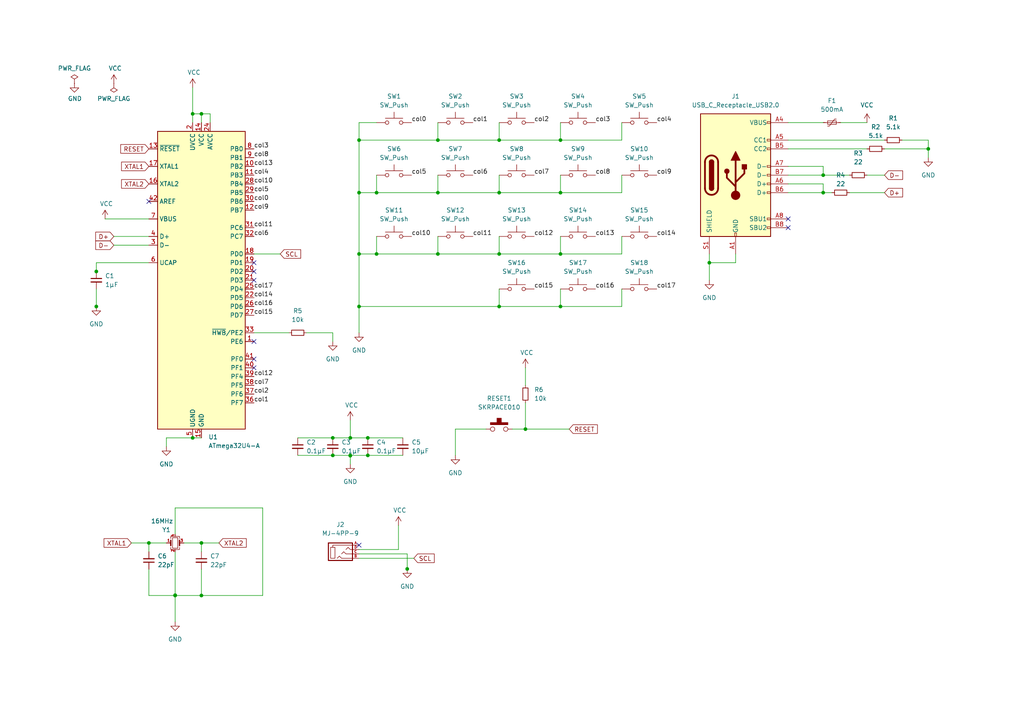
<source format=kicad_sch>
(kicad_sch (version 20211123) (generator eeschema)
  (paper "A4")
  (lib_symbols
    (symbol "Connector:USB_C_Receptacle_USB2.0" (pin_names (offset 1.016))
      (property "Reference" "J" (at -10.16 19.05 0))
      (property "Value" "USB_C_Receptacle_USB2.0" (at 19.05 19.05 0))
      (symbol "USB_C_Receptacle_USB2.0_0_0"
        (rectangle (start -0.254 -17.78) (end 0.254 -16.764))
        (rectangle (start 10.16 -14.986) (end 9.144 -15.494))
        (rectangle (start 10.16 -12.446) (end 9.144 -12.954))
        (rectangle (start 10.16 -4.826) (end 9.144 -5.334))
        (rectangle (start 10.16 -2.286) (end 9.144 -2.794))
        (rectangle (start 10.16 0.254) (end 9.144 -0.254))
        (rectangle (start 10.16 2.794) (end 9.144 2.286))
        (rectangle (start 10.16 7.874) (end 9.144 7.366))
        (rectangle (start 10.16 10.414) (end 9.144 9.906))
        (rectangle (start 10.16 15.494) (end 9.144 14.986))
      )
      (symbol "USB_C_Receptacle_USB2.0_0_1"
        (rectangle (start -10.16 17.78) (end 10.16 -17.78) (stroke (width 0.254)) (fill (type background)))
        (arc (start -8.89 -3.81) (mid -6.985 -5.715) (end -5.08 -3.81) (stroke (width 0.508)))
        (arc (start -7.62 -3.81) (mid -6.985 -4.445) (end -6.35 -3.81) (stroke (width 0.254)))
        (arc (start -7.62 -3.81) (mid -6.985 -4.445) (end -6.35 -3.81) (stroke (width 0.254)) (fill (type outline)))
        (rectangle (start -7.62 -3.81) (end -6.35 3.81) (stroke (width 0.254)) (fill (type outline)))
        (arc (start -6.35 3.81) (mid -6.985 4.445) (end -7.62 3.81) (stroke (width 0.254)))
        (arc (start -6.35 3.81) (mid -6.985 4.445) (end -7.62 3.81) (stroke (width 0.254)) (fill (type outline)))
        (arc (start -5.08 3.81) (mid -6.985 5.715) (end -8.89 3.81) (stroke (width 0.508)))
        (circle (center -2.54 1.143) (radius 0.635) (stroke (width 0.254)) (fill (type outline)))
        (circle (center 0 -5.842) (radius 1.27) (fill (type outline)))
        (polyline (pts (xy -8.89 -3.81) (xy -8.89 3.81)) (stroke (width 0.508)))
        (polyline (pts (xy -5.08 3.81) (xy -5.08 -3.81)) (stroke (width 0.508)))
        (polyline (pts (xy 0 -5.842) (xy 0 4.318)) (stroke (width 0.508)))
        (polyline (pts (xy 0 -3.302) (xy -2.54 -0.762) (xy -2.54 0.508)) (stroke (width 0.508)))
        (polyline (pts (xy 0 -2.032) (xy 2.54 0.508) (xy 2.54 1.778)) (stroke (width 0.508)))
        (polyline (pts (xy -1.27 4.318) (xy 0 6.858) (xy 1.27 4.318) (xy -1.27 4.318)) (stroke (width 0.254)) (fill (type outline)))
        (rectangle (start 1.905 1.778) (end 3.175 3.048) (stroke (width 0.254)) (fill (type outline)))
      )
      (symbol "USB_C_Receptacle_USB2.0_1_1"
        (pin passive line (at 0 -22.86 90) (length 5.08) (name "GND") (number "A1"))
        (pin passive line (at 0 -22.86 90) (length 5.08) hide (name "GND") (number "A12"))
        (pin passive line (at 15.24 15.24 180) (length 5.08) (name "VBUS") (number "A4"))
        (pin bidirectional line (at 15.24 10.16 180) (length 5.08) (name "CC1") (number "A5"))
        (pin bidirectional line (at 15.24 -2.54 180) (length 5.08) (name "D+") (number "A6"))
        (pin bidirectional line (at 15.24 2.54 180) (length 5.08) (name "D-") (number "A7"))
        (pin bidirectional line (at 15.24 -12.7 180) (length 5.08) (name "SBU1") (number "A8"))
        (pin passive line (at 15.24 15.24 180) (length 5.08) hide (name "VBUS") (number "A9"))
        (pin passive line (at 0 -22.86 90) (length 5.08) hide (name "GND") (number "B1"))
        (pin passive line (at 0 -22.86 90) (length 5.08) hide (name "GND") (number "B12"))
        (pin passive line (at 15.24 15.24 180) (length 5.08) hide (name "VBUS") (number "B4"))
        (pin bidirectional line (at 15.24 7.62 180) (length 5.08) (name "CC2") (number "B5"))
        (pin bidirectional line (at 15.24 -5.08 180) (length 5.08) (name "D+") (number "B6"))
        (pin bidirectional line (at 15.24 0 180) (length 5.08) (name "D-") (number "B7"))
        (pin bidirectional line (at 15.24 -15.24 180) (length 5.08) (name "SBU2") (number "B8"))
        (pin passive line (at 15.24 15.24 180) (length 5.08) hide (name "VBUS") (number "B9"))
        (pin passive line (at -7.62 -22.86 90) (length 5.08) (name "SHIELD") (number "S1"))
      )
    )
    (symbol "Device:C_Small" (pin_numbers hide) (pin_names (offset 0.254) hide)
      (property "Reference" "C" (at 0.254 1.778 0))
      (property "Value" "C_Small" (at 0.254 -2.032 0))
      (symbol "C_Small_0_1"
        (polyline (pts (xy -1.524 -0.508) (xy 1.524 -0.508)) (stroke (width 0.3302)))
        (polyline (pts (xy -1.524 0.508) (xy 1.524 0.508)) (stroke (width 0.3048)))
      )
      (symbol "C_Small_1_1"
        (pin passive line (at 0 2.54 270) (length 2.032) (name "~") (number "1"))
        (pin passive line (at 0 -2.54 90) (length 2.032) (name "~") (number "2"))
      )
    )
    (symbol "Device:Crystal_GND24_Small" (pin_names (offset 1.016) hide)
      (property "Reference" "Y" (at 1.27 4.445 0))
      (property "Value" "Crystal_GND24_Small" (at 1.27 2.54 0))
      (symbol "Crystal_GND24_Small_0_1"
        (rectangle (start -0.762 -1.524) (end 0.762 1.524))
        (polyline (pts (xy -1.27 -0.762) (xy -1.27 0.762)) (stroke (width 0.381)))
        (polyline (pts (xy 1.27 -0.762) (xy 1.27 0.762)) (stroke (width 0.381)))
        (polyline (pts (xy -1.27 -1.27) (xy -1.27 -1.905) (xy 1.27 -1.905) (xy 1.27 -1.27)))
        (polyline (pts (xy -1.27 1.27) (xy -1.27 1.905) (xy 1.27 1.905) (xy 1.27 1.27)))
      )
      (symbol "Crystal_GND24_Small_1_1"
        (pin passive line (at -2.54 0 0) (length 1.27) (name "1") (number "1"))
        (pin passive line (at 0 -2.54 90) (length 0.635) (name "2") (number "2"))
        (pin passive line (at 2.54 0 180) (length 1.27) (name "3") (number "3"))
        (pin passive line (at 0 2.54 270) (length 0.635) (name "4") (number "4"))
      )
    )
    (symbol "Device:Polyfuse_Small" (pin_numbers hide) (pin_names (offset 0))
      (property "Reference" "F" (at -1.905 0 90))
      (property "Value" "Polyfuse_Small" (at 1.905 0 90))
      (symbol "Polyfuse_Small_0_1"
        (rectangle (start -0.508 1.27) (end 0.508 -1.27))
        (polyline (pts (xy 0 2.54) (xy 0 -2.54)))
        (polyline (pts (xy -1.016 1.27) (xy -1.016 0.762) (xy 1.016 -0.762) (xy 1.016 -1.27)))
      )
      (symbol "Polyfuse_Small_1_1"
        (pin passive line (at 0 2.54 270) (length 0.635) (name "~") (number "1"))
        (pin passive line (at 0 -2.54 90) (length 0.635) (name "~") (number "2"))
      )
    )
    (symbol "Device:R_Small" (pin_numbers hide) (pin_names (offset 0.254) hide)
      (property "Reference" "R" (at 0.762 0.508 0))
      (property "Value" "R_Small" (at 0.762 -1.016 0))
      (symbol "R_Small_0_1"
        (rectangle (start -0.762 1.778) (end 0.762 -1.778) (stroke (width 0.2032)))
      )
      (symbol "R_Small_1_1"
        (pin passive line (at 0 2.54 270) (length 0.762) (name "~") (number "1"))
        (pin passive line (at 0 -2.54 90) (length 0.762) (name "~") (number "2"))
      )
    )
    (symbol "MCU_Microchip_ATmega:ATmega32U4-A"
      (property "Reference" "U" (at -12.7 44.45 0))
      (property "Value" "ATmega32U4-A" (at 2.54 -44.45 0))
      (symbol "ATmega32U4-A_0_1"
        (rectangle (start -12.7 -43.18) (end 12.7 43.18) (stroke (width 0.254)) (fill (type background)))
      )
      (symbol "ATmega32U4-A_1_1"
        (pin bidirectional line (at 15.24 -17.78 180) (length 2.54) (name "PE6") (number "1"))
        (pin bidirectional line (at 15.24 33.02 180) (length 2.54) (name "PB2") (number "10"))
        (pin bidirectional line (at 15.24 30.48 180) (length 2.54) (name "PB3") (number "11"))
        (pin bidirectional line (at 15.24 20.32 180) (length 2.54) (name "PB7") (number "12"))
        (pin input line (at -15.24 38.1 0) (length 2.54) (name "~{RESET}") (number "13"))
        (pin power_in line (at 0 45.72 270) (length 2.54) (name "VCC") (number "14"))
        (pin power_in line (at 0 -45.72 90) (length 2.54) (name "GND") (number "15"))
        (pin output line (at -15.24 27.94 0) (length 2.54) (name "XTAL2") (number "16"))
        (pin input line (at -15.24 33.02 0) (length 2.54) (name "XTAL1") (number "17"))
        (pin bidirectional line (at 15.24 7.62 180) (length 2.54) (name "PD0") (number "18"))
        (pin bidirectional line (at 15.24 5.08 180) (length 2.54) (name "PD1") (number "19"))
        (pin power_in line (at -2.54 45.72 270) (length 2.54) (name "UVCC") (number "2"))
        (pin bidirectional line (at 15.24 2.54 180) (length 2.54) (name "PD2") (number "20"))
        (pin bidirectional line (at 15.24 0 180) (length 2.54) (name "PD3") (number "21"))
        (pin bidirectional line (at 15.24 -5.08 180) (length 2.54) (name "PD5") (number "22"))
        (pin passive line (at 0 -45.72 90) (length 2.54) hide (name "GND") (number "23"))
        (pin power_in line (at 2.54 45.72 270) (length 2.54) (name "AVCC") (number "24"))
        (pin bidirectional line (at 15.24 -2.54 180) (length 2.54) (name "PD4") (number "25"))
        (pin bidirectional line (at 15.24 -7.62 180) (length 2.54) (name "PD6") (number "26"))
        (pin bidirectional line (at 15.24 -10.16 180) (length 2.54) (name "PD7") (number "27"))
        (pin bidirectional line (at 15.24 27.94 180) (length 2.54) (name "PB4") (number "28"))
        (pin bidirectional line (at 15.24 25.4 180) (length 2.54) (name "PB5") (number "29"))
        (pin bidirectional line (at -15.24 10.16 0) (length 2.54) (name "D-") (number "3"))
        (pin bidirectional line (at 15.24 22.86 180) (length 2.54) (name "PB6") (number "30"))
        (pin bidirectional line (at 15.24 15.24 180) (length 2.54) (name "PC6") (number "31"))
        (pin bidirectional line (at 15.24 12.7 180) (length 2.54) (name "PC7") (number "32"))
        (pin bidirectional line (at 15.24 -15.24 180) (length 2.54) (name "~{HWB}/PE2") (number "33"))
        (pin passive line (at 0 45.72 270) (length 2.54) hide (name "VCC") (number "34"))
        (pin passive line (at 0 -45.72 90) (length 2.54) hide (name "GND") (number "35"))
        (pin bidirectional line (at 15.24 -35.56 180) (length 2.54) (name "PF7") (number "36"))
        (pin bidirectional line (at 15.24 -33.02 180) (length 2.54) (name "PF6") (number "37"))
        (pin bidirectional line (at 15.24 -30.48 180) (length 2.54) (name "PF5") (number "38"))
        (pin bidirectional line (at 15.24 -27.94 180) (length 2.54) (name "PF4") (number "39"))
        (pin bidirectional line (at -15.24 12.7 0) (length 2.54) (name "D+") (number "4"))
        (pin bidirectional line (at 15.24 -25.4 180) (length 2.54) (name "PF1") (number "40"))
        (pin bidirectional line (at 15.24 -22.86 180) (length 2.54) (name "PF0") (number "41"))
        (pin passive line (at -15.24 22.86 0) (length 2.54) (name "AREF") (number "42"))
        (pin passive line (at 0 -45.72 90) (length 2.54) hide (name "GND") (number "43"))
        (pin passive line (at 2.54 45.72 270) (length 2.54) hide (name "AVCC") (number "44"))
        (pin passive line (at -2.54 -45.72 90) (length 2.54) (name "UGND") (number "5"))
        (pin passive line (at -15.24 5.08 0) (length 2.54) (name "UCAP") (number "6"))
        (pin input line (at -15.24 17.78 0) (length 2.54) (name "VBUS") (number "7"))
        (pin bidirectional line (at 15.24 38.1 180) (length 2.54) (name "PB0") (number "8"))
        (pin bidirectional line (at 15.24 35.56 180) (length 2.54) (name "PB1") (number "9"))
      )
    )
    (symbol "Switch:SW_Push" (pin_numbers hide) (pin_names (offset 1.016) hide)
      (property "Reference" "SW" (at 1.27 2.54 0))
      (property "Value" "SW_Push" (at 0 -1.524 0))
      (symbol "SW_Push_0_1"
        (circle (center -2.032 0) (radius 0.508))
        (polyline (pts (xy 0 1.27) (xy 0 3.048)))
        (polyline (pts (xy 2.54 1.27) (xy -2.54 1.27)))
        (circle (center 2.032 0) (radius 0.508))
        (pin passive line (at -5.08 0 0) (length 2.54) (name "1") (number "1"))
        (pin passive line (at 5.08 0 180) (length 2.54) (name "2") (number "2"))
      )
    )
    (symbol "foostan_kbd:MJ-4PP-9" (pin_names (offset 1.016))
      (property "Reference" "J" (at 0 3.81 0))
      (property "Value" "MJ-4PP-9" (at 0 -3.81 0))
      (symbol "MJ-4PP-9_0_1"
        (rectangle (start -1.905 -1.905) (end -3.175 1.27))
        (polyline (pts (xy -2.54 1.27) (xy -2.54 1.905) (xy 3.175 1.905)))
        (polyline (pts (xy -1.27 -1.905) (xy -0.635 -1.27) (xy 0 -1.905) (xy 3.175 -1.905)))
        (polyline (pts (xy 0 -0.635) (xy 0.635 0) (xy 1.27 -0.635) (xy 3.175 -0.635)))
        (polyline (pts (xy 1.27 0.635) (xy 1.905 1.27) (xy 2.54 0.635) (xy 3.175 0.635)))
        (rectangle (start 3.175 2.54) (end -3.81 -2.54) (stroke (width 0.3048)))
      )
      (symbol "MJ-4PP-9_1_1"
        (pin input line (at 5.08 1.905 180) (length 2.0066) (name "~") (number "A"))
        (pin input line (at 5.08 -1.905 180) (length 2.0066) (name "~") (number "B"))
        (pin input line (at 5.08 -0.635 180) (length 2.0066) (name "~") (number "C"))
        (pin input line (at 5.08 0.635 180) (length 2.0066) (name "~") (number "D"))
      )
    )
    (symbol "nosuz:SKRPACE010" (pin_numbers hide) (pin_names (offset 0) hide)
      (property "Reference" "SW" (at 3.175 3.81 0))
      (property "Value" "SKRPACE010" (at 0 -2.54 0))
      (symbol "SKRPACE010_0_1"
        (rectangle (start -2.54 1.27) (end 2.54 1.905) (fill (type outline)))
        (circle (center -1.905 0) (radius 0.635))
        (rectangle (start -0.635 1.905) (end 0.635 3.175) (fill (type outline)))
        (circle (center 1.905 0) (radius 0.635))
      )
      (symbol "SKRPACE010_1_1"
        (pin passive line (at -3.81 0 0) (length 1.27) (name "A") (number "1"))
        (pin passive line (at -3.81 0 0) (length 1.27) hide (name "B") (number "2"))
        (pin passive line (at 3.81 0 180) (length 1.27) (name "C") (number "3"))
        (pin passive line (at 3.81 0 180) (length 1.27) hide (name "D") (number "4"))
      )
    )
    (symbol "power:GND" (power) (pin_names (offset 0))
      (property "Value" "GND" (at 0 -3.81 0))
      (symbol "GND_0_1"
        (polyline (pts (xy 0 0) (xy 0 -1.27) (xy 1.27 -1.27) (xy 0 -2.54) (xy -1.27 -1.27) (xy 0 -1.27)))
      )
      (symbol "GND_1_1"
        (pin power_in line (at 0 0 270) (length 0) hide (name "GND") (number "1"))
      )
    )
    (symbol "power:PWR_FLAG" (power) (pin_numbers hide) (pin_names (offset 0) hide)
      (property "Value" "PWR_FLAG" (at 0 3.81 0))
      (symbol "PWR_FLAG_0_0"
        (pin power_out line (at 0 0 90) (length 0) (name "pwr") (number "1"))
      )
      (symbol "PWR_FLAG_0_1"
        (polyline (pts (xy 0 0) (xy 0 1.27) (xy -1.016 1.905) (xy 0 2.54) (xy 1.016 1.905) (xy 0 1.27)))
      )
    )
    (symbol "power:VCC" (power) (pin_names (offset 0))
      (property "Value" "VCC" (at 0 3.81 0))
      (symbol "VCC_0_1"
        (polyline (pts (xy -0.762 1.27) (xy 0 2.54)))
        (polyline (pts (xy 0 0) (xy 0 2.54)))
        (polyline (pts (xy 0 2.54) (xy 0.762 1.27)))
      )
      (symbol "VCC_1_1"
        (pin power_in line (at 0 0 90) (length 0) hide (name "VCC") (number "1"))
      )
    )
  )
  (junction (at 162.56 40.64))
  (junction (at 144.78 88.9))
  (junction (at 106.68 132.08))
  (junction (at 101.6 132.1653))
  (junction (at 127 40.64))
  (junction (at 109.22 73.66))
  (junction (at 50.8 172.6347))
  (junction (at 106.68 127))
  (junction (at 238.76 55.88))
  (junction (at 162.56 73.66))
  (junction (at 101.6 127))
  (junction (at 43.18 157.48))
  (junction (at 104.14 40.64))
  (junction (at 104.14 73.66))
  (junction (at 162.56 55.88))
  (junction (at 104.14 88.9))
  (junction (at 50.8 172.72))
  (junction (at 205.74 76.2))
  (junction (at 104.14 55.88))
  (junction (at 127 55.88))
  (junction (at 96.52 132.08))
  (junction (at 162.56 88.9))
  (junction (at 96.52 127))
  (junction (at 144.78 73.66))
  (junction (at 152.4 124.46))
  (junction (at 269.24 43.18))
  (junction (at 144.78 40.64))
  (junction (at 27.94 88.9))
  (junction (at 101.6 132.08))
  (junction (at 55.88 33.02))
  (junction (at 27.94 78.74))
  (junction (at 58.42 157.48))
  (junction (at 118.11 165.0147))
  (junction (at 238.76 50.8))
  (junction (at 55.88 127))
  (junction (at 58.42 33.02))
  (junction (at 109.22 55.88))
  (junction (at 127 73.66))
  (junction (at 58.42 172.72))
  (junction (at 144.78 55.88))
  (no_connect (at 228.6 66.04))
  (no_connect (at 228.6 63.5))
  (no_connect (at 73.66 99.06))
  (no_connect (at 104.14 158.115))
  (no_connect (at 73.66 106.68))
  (no_connect (at 73.66 76.2))
  (no_connect (at 73.66 78.74))
  (no_connect (at 73.66 81.28))
  (no_connect (at 73.66 104.14))
  (no_connect (at 43.18 58.42))
  (wire (pts (xy 109.22 55.88) (xy 104.14 55.88)))
  (wire (pts (xy 162.56 55.88) (xy 144.78 55.88)))
  (wire (pts (xy 55.88 33.02) (xy 55.88 35.56)))
  (wire (pts (xy 144.78 55.88) (xy 127 55.88)))
  (wire (pts (xy 180.34 68.58) (xy 180.34 73.66)))
  (wire (pts (xy 238.76 50.8) (xy 246.38 50.8)))
  (wire (pts (xy 162.56 83.82) (xy 162.56 88.9)))
  (wire (pts (xy 127 68.58) (xy 127 73.66)))
  (wire (pts (xy 104.14 40.64) (xy 104.14 55.88)))
  (wire (pts (xy 144.78 50.8) (xy 144.78 55.88)))
  (wire (pts (xy 152.4 106.68) (xy 152.4 111.76)))
  (wire (pts (xy 109.22 73.66) (xy 104.14 73.66)))
  (wire (pts (xy 118.11 165.0147) (xy 118.11 165.1)))
  (wire (pts (xy 30.48 63.5) (xy 43.18 63.5)))
  (wire (pts (xy 162.56 40.64) (xy 144.78 40.64)))
  (wire (pts (xy 148.59 124.46) (xy 152.4 124.46)))
  (wire (pts (xy 228.6 35.56) (xy 238.76 35.56)))
  (wire (pts (xy 132.08 124.46) (xy 132.08 132.08)))
  (wire (pts (xy 58.42 127) (xy 55.88 127)))
  (wire (pts (xy 162.56 68.58) (xy 162.56 73.66)))
  (wire (pts (xy 58.42 157.48) (xy 63.5 157.48)))
  (wire (pts (xy 243.84 35.56) (xy 251.46 35.56)))
  (wire (pts (xy 104.14 88.9) (xy 104.14 96.52)))
  (wire (pts (xy 162.56 50.8) (xy 162.56 55.88)))
  (wire (pts (xy 27.94 88.9) (xy 27.94 88.9853)))
  (wire (pts (xy 144.78 73.66) (xy 127 73.66)))
  (wire (pts (xy 132.08 124.46) (xy 140.97 124.46)))
  (wire (pts (xy 144.78 35.56) (xy 144.78 40.64)))
  (wire (pts (xy 76.2 147.32) (xy 76.2 172.72)))
  (wire (pts (xy 205.74 76.2) (xy 205.74 81.28)))
  (wire (pts (xy 58.42 157.48) (xy 58.42 160.02)))
  (wire (pts (xy 269.24 40.64) (xy 269.24 43.18)))
  (wire (pts (xy 228.6 48.26) (xy 238.76 48.26)))
  (wire (pts (xy 50.8 172.72) (xy 50.8 180.34)))
  (wire (pts (xy 115.57 159.385) (xy 115.57 152.4)))
  (wire (pts (xy 109.22 68.58) (xy 109.22 73.66)))
  (wire (pts (xy 50.8 154.94) (xy 50.8 147.32)))
  (wire (pts (xy 101.6 132.08) (xy 101.6 132.1653)))
  (wire (pts (xy 60.96 33.02) (xy 58.42 33.02)))
  (wire (pts (xy 180.34 83.82) (xy 180.34 88.9)))
  (wire (pts (xy 58.42 172.72) (xy 76.2 172.72)))
  (wire (pts (xy 180.34 55.88) (xy 162.56 55.88)))
  (wire (pts (xy 43.18 76.2) (xy 27.94 76.2)))
  (wire (pts (xy 261.62 40.64) (xy 269.24 40.64)))
  (wire (pts (xy 144.78 83.82) (xy 144.78 88.9)))
  (wire (pts (xy 251.46 50.8) (xy 256.54 50.8)))
  (wire (pts (xy 55.88 33.02) (xy 55.88 25.4)))
  (wire (pts (xy 162.56 73.66) (xy 144.78 73.66)))
  (wire (pts (xy 180.34 73.66) (xy 162.56 73.66)))
  (wire (pts (xy 101.6 127) (xy 106.68 127)))
  (wire (pts (xy 238.76 48.26) (xy 238.76 50.8)))
  (wire (pts (xy 27.94 78.74) (xy 27.94 78.8253)))
  (wire (pts (xy 43.18 157.48) (xy 48.26 157.48)))
  (wire (pts (xy 118.11 160.655) (xy 118.11 165.0147)))
  (wire (pts (xy 38.1 157.48) (xy 43.18 157.48)))
  (wire (pts (xy 27.94 83.82) (xy 27.94 88.9)))
  (wire (pts (xy 162.56 88.9) (xy 144.78 88.9)))
  (wire (pts (xy 180.34 35.56) (xy 180.34 40.64)))
  (wire (pts (xy 55.88 127) (xy 48.26 127)))
  (wire (pts (xy 180.34 50.8) (xy 180.34 55.88)))
  (wire (pts (xy 33.02 71.12) (xy 43.18 71.12)))
  (wire (pts (xy 86.36 127) (xy 96.52 127)))
  (wire (pts (xy 104.14 161.925) (xy 120.015 161.925)))
  (wire (pts (xy 213.36 76.2) (xy 205.74 76.2)))
  (wire (pts (xy 50.8 172.6347) (xy 50.8 172.72)))
  (wire (pts (xy 144.78 40.64) (xy 127 40.64)))
  (wire (pts (xy 43.18 157.48) (xy 43.18 160.02)))
  (wire (pts (xy 73.66 96.52) (xy 83.82 96.52)))
  (wire (pts (xy 152.4 116.84) (xy 152.4 124.46)))
  (wire (pts (xy 104.14 35.56) (xy 104.14 40.64)))
  (wire (pts (xy 50.8 172.72) (xy 58.42 172.72)))
  (wire (pts (xy 101.6 132.08) (xy 106.68 132.08)))
  (wire (pts (xy 109.22 35.56) (xy 104.14 35.56)))
  (wire (pts (xy 269.24 43.18) (xy 269.24 45.72)))
  (wire (pts (xy 228.6 50.8) (xy 238.76 50.8)))
  (wire (pts (xy 33.02 68.58) (xy 43.18 68.58)))
  (wire (pts (xy 50.8 147.32) (xy 76.2 147.32)))
  (wire (pts (xy 86.36 132.08) (xy 96.52 132.08)))
  (wire (pts (xy 205.74 73.66) (xy 205.74 76.2)))
  (wire (pts (xy 27.94 76.2) (xy 27.94 78.74)))
  (wire (pts (xy 53.34 157.48) (xy 58.42 157.48)))
  (wire (pts (xy 238.76 53.34) (xy 238.76 55.88)))
  (wire (pts (xy 101.6 121.92) (xy 101.6 127)))
  (wire (pts (xy 104.14 159.385) (xy 115.57 159.385)))
  (wire (pts (xy 96.52 96.52) (xy 96.52 99.06)))
  (wire (pts (xy 127 73.66) (xy 109.22 73.66)))
  (wire (pts (xy 180.34 40.64) (xy 162.56 40.64)))
  (wire (pts (xy 50.8 160.02) (xy 50.8 172.6347)))
  (wire (pts (xy 60.96 33.02) (xy 60.96 35.56)))
  (wire (pts (xy 162.56 35.56) (xy 162.56 40.64)))
  (wire (pts (xy 104.14 55.88) (xy 104.14 73.66)))
  (wire (pts (xy 96.52 132.08) (xy 101.6 132.08)))
  (wire (pts (xy 127 35.56) (xy 127 40.64)))
  (wire (pts (xy 104.14 73.66) (xy 104.14 88.9)))
  (wire (pts (xy 58.42 33.02) (xy 58.42 35.56)))
  (wire (pts (xy 58.42 33.02) (xy 55.88 33.02)))
  (wire (pts (xy 104.14 40.64) (xy 127 40.64)))
  (wire (pts (xy 228.6 43.18) (xy 251.46 43.18)))
  (wire (pts (xy 127 55.88) (xy 109.22 55.88)))
  (wire (pts (xy 109.22 50.8) (xy 109.22 55.88)))
  (wire (pts (xy 228.6 40.64) (xy 256.54 40.64)))
  (wire (pts (xy 180.34 88.9) (xy 162.56 88.9)))
  (wire (pts (xy 106.68 132.08) (xy 116.84 132.08)))
  (wire (pts (xy 152.4 124.46) (xy 165.1 124.46)))
  (wire (pts (xy 228.6 55.88) (xy 238.76 55.88)))
  (wire (pts (xy 106.68 127) (xy 116.84 127)))
  (wire (pts (xy 43.18 172.72) (xy 50.8 172.72)))
  (wire (pts (xy 88.9 96.52) (xy 96.52 96.52)))
  (wire (pts (xy 81.28 73.66) (xy 73.66 73.66)))
  (wire (pts (xy 96.52 127) (xy 101.6 127)))
  (wire (pts (xy 213.36 73.66) (xy 213.36 76.2)))
  (wire (pts (xy 256.54 43.18) (xy 269.24 43.18)))
  (wire (pts (xy 246.38 55.88) (xy 256.54 55.88)))
  (wire (pts (xy 48.26 127) (xy 48.26 129.54)))
  (wire (pts (xy 58.42 165.1) (xy 58.42 172.72)))
  (wire (pts (xy 127 50.8) (xy 127 55.88)))
  (wire (pts (xy 228.6 53.34) (xy 238.76 53.34)))
  (wire (pts (xy 104.14 160.655) (xy 118.11 160.655)))
  (wire (pts (xy 101.6 134.62) (xy 101.6 132.1653)))
  (wire (pts (xy 144.78 68.58) (xy 144.78 73.66)))
  (wire (pts (xy 238.76 55.88) (xy 241.3 55.88)))
  (wire (pts (xy 43.18 165.1) (xy 43.18 172.72)))
  (wire (pts (xy 144.78 88.9) (xy 104.14 88.9)))
  (label "col11" (at 73.66 66.04 0))
  (label "col9" (at 190.5 50.8 0))
  (label "col5" (at 119.38 50.8 0))
  (label "col2" (at 154.94 35.56 0))
  (label "col4" (at 190.5 35.56 0))
  (label "col7" (at 73.66 111.76 0))
  (label "col14" (at 73.66 86.36 0))
  (label "col14" (at 190.5 68.58 0))
  (label "col9" (at 73.66 60.96 0))
  (label "col0" (at 73.66 58.42 0))
  (label "col3" (at 73.66 43.18 0))
  (label "col13" (at 172.72 68.58 0))
  (label "col15" (at 154.94 83.82 0))
  (label "col17" (at 73.66 83.82 0))
  (label "col7" (at 154.94 50.8 0))
  (label "col12" (at 154.94 68.58 0))
  (label "col6" (at 137.16 50.8 0))
  (label "col16" (at 172.72 83.82 0))
  (label "col8" (at 172.72 50.8 0))
  (label "col6" (at 73.66 68.58 0))
  (label "col1" (at 73.66 116.84 0))
  (label "col10" (at 73.66 53.34 0))
  (label "col17" (at 190.5 83.82 0))
  (label "col16" (at 73.66 88.9 0))
  (label "col0" (at 119.38 35.56 0))
  (label "col11" (at 137.16 68.58 0))
  (label "col1" (at 137.16 35.56 0))
  (label "col8" (at 73.66 45.72 0))
  (label "col3" (at 172.72 35.56 0))
  (label "col2" (at 73.66 114.3 0))
  (label "col13" (at 73.66 48.26 0))
  (label "col5" (at 73.66 55.88 0))
  (label "col15" (at 73.66 91.44 0))
  (label "col12" (at 73.66 109.22 0))
  (label "col4" (at 73.66 50.8 0))
  (label "col10" (at 119.38 68.58 0))
  (global_label "D+" (shape input) (at 256.54 55.88 0) (property "シート間のリファレンス" "${INTERSHEET_REFS}" (effects hide)))
  (global_label "D-" (shape input) (at 256.54 50.8 0) (property "シート間のリファレンス" "${INTERSHEET_REFS}" (effects hide)))
  (global_label "XTAL2" (shape input) (at 63.5 157.48 0) (property "シート間のリファレンス" "${INTERSHEET_REFS}" (effects hide)))
  (global_label "SCL" (shape input) (at 81.28 73.66 0) (property "シート間のリファレンス" "${INTERSHEET_REFS}" (effects hide)))
  (global_label "SCL" (shape input) (at 120.015 161.925 0) (property "シート間のリファレンス" "${INTERSHEET_REFS}" (effects hide)))
  (global_label "XTAL1" (shape input) (at 38.1 157.48 180) (property "シート間のリファレンス" "${INTERSHEET_REFS}" (effects hide)))
  (global_label "RESET" (shape input) (at 165.1 124.46 0) (property "シート間のリファレンス" "${INTERSHEET_REFS}" (effects hide)))
  (global_label "XTAL2" (shape input) (at 43.18 53.34 180) (property "シート間のリファレンス" "${INTERSHEET_REFS}" (effects hide)))
  (global_label "RESET" (shape input) (at 43.18 43.18 180) (property "シート間のリファレンス" "${INTERSHEET_REFS}" (effects hide)))
  (global_label "D+" (shape input) (at 33.02 68.58 180) (property "シート間のリファレンス" "${INTERSHEET_REFS}" (effects hide)))
  (global_label "D-" (shape input) (at 33.02 71.12 180) (property "シート間のリファレンス" "${INTERSHEET_REFS}" (effects hide)))
  (global_label "XTAL1" (shape input) (at 43.18 48.26 180) (property "シート間のリファレンス" "${INTERSHEET_REFS}" (effects hide)))
  (symbol (lib_id "power:GND") (at 96.52 99.06 0) (unit 1)
    (property "Reference" "#PWR010" (effects hide))
    (property "Value" "GND" (at 96.52 104.14 0))
  )
  (symbol (lib_id "Device:R_Small") (at 248.92 50.8 90) (unit 1)
    (property "Reference" "R3" (at 248.92 44.45 90))
    (property "Value" "22" (at 248.92 46.99 90))
    (property "Footprint" "Resistor_SMD:R_0805_2012Metric" (effects hide))
    (property "LCSC" "C17561" (effects hide))
  )
  (symbol (lib_id "Switch:SW_Push") (at 114.3 68.58 0) (unit 1)
    (property "Reference" "SW11" (at 114.3 60.96 0))
    (property "Value" "SW_Push" (at 114.3 63.5 0))
    (property "Footprint" "split mini:CherryMX_Hotswap" (effects hide))
  )
  (symbol (lib_id "Switch:SW_Push") (at 185.42 35.56 0) (unit 1)
    (property "Reference" "SW5" (at 185.42 27.94 0))
    (property "Value" "SW_Push" (at 185.42 30.48 0))
    (property "Footprint" "split mini:CherryMX_Hotswap" (effects hide))
  )
  (symbol (lib_id "power:GND") (at 205.74 81.28 0) (unit 1)
    (property "Reference" "#PWR07" (effects hide))
    (property "Value" "GND" (at 205.74 86.36 0))
  )
  (symbol (lib_id "Switch:SW_Push") (at 149.86 35.56 0) (unit 1)
    (property "Reference" "SW3" (at 149.86 27.94 0))
    (property "Value" "SW_Push" (at 149.86 30.48 0))
    (property "Footprint" "split mini:CherryMX_Hotswap" (effects hide))
  )
  (symbol (lib_id "Switch:SW_Push") (at 167.64 83.82 0) (unit 1)
    (property "Reference" "SW17" (at 167.64 76.2 0))
    (property "Value" "SW_Push" (at 167.64 78.74 0))
    (property "Footprint" "split mini:CherryMX_Hotswap" (effects hide))
  )
  (symbol (lib_id "power:GND") (at 132.08 132.08 0) (unit 1)
    (property "Reference" "#PWR014" (effects hide))
    (property "Value" "GND" (at 132.08 137.16 0))
  )
  (symbol (lib_id "Switch:SW_Push") (at 167.64 50.8 0) (unit 1)
    (property "Reference" "SW9" (at 167.64 43.18 0))
    (property "Value" "SW_Push" (at 167.64 45.72 0))
    (property "Footprint" "split mini:CherryMX_Hotswap" (effects hide))
  )
  (symbol (lib_id "Device:C_Small") (at 43.18 162.56 180) (unit 1)
    (property "Reference" "C6" (at 45.72 161.2835 0) (effects (justify right)))
    (property "Value" "22pF" (at 45.72 163.8235 0) (effects (justify right)))
    (property "Footprint" "Capacitor_SMD:C_0805_2012Metric" (effects hide))
    (property "LCSC" "C1804" (effects hide))
  )
  (symbol (lib_id "Switch:SW_Push") (at 149.86 50.8 0) (unit 1)
    (property "Reference" "SW8" (at 149.86 43.18 0))
    (property "Value" "SW_Push" (at 149.86 45.72 0))
    (property "Footprint" "split mini:CherryMX_Hotswap" (effects hide))
  )
  (symbol (lib_id "Device:R_Small") (at 254 43.18 90) (unit 1)
    (property "Reference" "R2" (at 254 36.83 90))
    (property "Value" "5.1k" (at 254 39.37 90))
    (property "Footprint" "Resistor_SMD:R_0805_2012Metric" (effects hide))
    (property "LCSC" "C17561" (effects hide))
  )
  (symbol (lib_id "Switch:SW_Push") (at 132.08 68.58 0) (unit 1)
    (property "Reference" "SW12" (at 132.08 60.96 0))
    (property "Value" "SW_Push" (at 132.08 63.5 0))
    (property "Footprint" "split mini:CherryMX_Hotswap" (effects hide))
  )
  (symbol (lib_id "Device:R_Small") (at 86.36 96.52 90) (unit 1)
    (property "Reference" "R5" (at 86.36 90.17 90))
    (property "Value" "10k" (at 86.36 92.71 90))
    (property "Footprint" "Resistor_SMD:R_0805_2012Metric" (effects hide))
    (property "LCSC" "C17414" (effects hide))
  )
  (symbol (lib_id "Device:C_Small") (at 27.94 81.28 0) (unit 1)
    (property "Reference" "C1" (at 30.48 80.0162 0) (effects (justify left)))
    (property "Value" "1μF" (at 30.48 82.5562 0) (effects (justify left)))
    (property "Footprint" "Capacitor_SMD:C_0805_2012Metric" (effects hide))
    (property "LCSC" "C28323" (effects hide))
  )
  (symbol (lib_id "Switch:SW_Push") (at 185.42 83.82 0) (unit 1)
    (property "Reference" "SW18" (at 185.42 76.2 0))
    (property "Value" "SW_Push" (at 185.42 78.74 0))
    (property "Footprint" "split mini:CherryMX_Hotswap" (effects hide))
  )
  (symbol (lib_id "power:GND") (at 27.94 88.9 0) (unit 1)
    (property "Reference" "#PWR08" (effects hide))
    (property "Value" "GND" (at 27.94 93.98 0))
  )
  (symbol (lib_id "Device:C_Small") (at 106.68 129.54 0) (unit 1)
    (property "Reference" "C4" (at 109.22 128.2762 0) (effects (justify left)))
    (property "Value" "0.1μF" (at 109.22 130.8162 0) (effects (justify left)))
    (property "Footprint" "Capacitor_SMD:C_0805_2012Metric" (effects hide))
    (property "LCSC" "C49678" (effects hide))
  )
  (symbol (lib_id "power:VCC") (at 30.48 63.5 0) (unit 1)
    (property "Reference" "#PWR06" (effects hide))
    (property "Value" "VCC" (at 30.861 59.1058 0))
  )
  (symbol (lib_id "power:GND") (at 104.14 96.52 0) (unit 1)
    (property "Reference" "#PWR09" (effects hide))
    (property "Value" "GND" (at 104.14 101.6 0))
  )
  (symbol (lib_id "power:PWR_FLAG") (at 33.02 24.2153 180) (unit 1)
    (property "Reference" "#FLG02" (effects hide))
    (property "Value" "PWR_FLAG" (at 33.02 28.6095 0))
  )
  (symbol (lib_id "Switch:SW_Push") (at 114.3 35.56 0) (unit 1)
    (property "Reference" "SW1" (at 114.3 27.94 0))
    (property "Value" "SW_Push" (at 114.3 30.48 0))
    (property "Footprint" "split mini:CherryMX_Hotswap" (effects hide))
  )
  (symbol (lib_id "Switch:SW_Push") (at 149.86 83.82 0) (unit 1)
    (property "Reference" "SW16" (at 149.86 76.2 0))
    (property "Value" "SW_Push" (at 149.86 78.74 0))
    (property "Footprint" "split mini:CherryMX_Hotswap" (effects hide))
  )
  (symbol (lib_id "power:GND") (at 269.24 45.72 0) (unit 1)
    (property "Reference" "#PWR05" (effects hide))
    (property "Value" "GND" (at 269.24 50.8 0))
  )
  (symbol (lib_id "power:GND") (at 118.11 165.0147 0) (unit 1)
    (property "Reference" "#PWR017" (effects hide))
    (property "Value" "GND" (at 118.11 170.0947 0))
  )
  (symbol (lib_id "Device:R_Small") (at 243.84 55.88 90) (unit 1)
    (property "Reference" "R4" (at 243.84 50.8 90))
    (property "Value" "22" (at 243.84 53.34 90))
    (property "Footprint" "Resistor_SMD:R_0805_2012Metric" (effects hide))
    (property "LCSC" "C17561" (effects hide))
  )
  (symbol (lib_id "power:VCC") (at 101.6 121.92 0) (unit 1)
    (property "Reference" "#PWR012" (effects hide))
    (property "Value" "VCC" (at 101.981 117.5258 0))
  )
  (symbol (lib_id "Device:R_Small") (at 152.4 114.3 0) (unit 1)
    (property "Reference" "R6" (at 154.94 113.0299 0) (effects (justify left)))
    (property "Value" "10k" (at 154.94 115.5699 0) (effects (justify left)))
    (property "Footprint" "Resistor_SMD:R_0805_2012Metric" (effects hide))
    (property "LCSC" "C17414" (effects hide))
  )
  (symbol (lib_id "Device:Crystal_GND24_Small") (at 50.8 157.48 0) (unit 1)
    (property "Reference" "Y1" (at 48.26 153.67 0))
    (property "Value" "16MHz" (at 46.99 151.13 0))
    (property "Footprint" "Crystal:Crystal_SMD_SeikoEpson_FA238-4Pin_3.2x2.5mm_HandSoldering" (effects hide))
    (property "LCSC" "C13738" (effects hide))
  )
  (symbol (lib_id "Switch:SW_Push") (at 167.64 68.58 0) (unit 1)
    (property "Reference" "SW14" (at 167.64 60.96 0))
    (property "Value" "SW_Push" (at 167.64 63.5 0))
    (property "Footprint" "split mini:CherryMX_Hotswap" (effects hide))
  )
  (symbol (lib_id "power:GND") (at 50.8 180.34 0) (unit 1)
    (property "Reference" "#PWR018" (effects hide))
    (property "Value" "GND" (at 50.8 185.42 0))
  )
  (symbol (lib_id "nosuz:SKRPACE010") (at 144.78 124.46 0) (unit 1)
    (property "Reference" "RESET1" (at 144.78 115.57 0))
    (property "Value" "SKRPACE010" (at 144.78 118.11 0))
    (property "Footprint" "nosuz:SKRPAxE010" (effects hide))
    (property "Datasheet" "https://tech.alpsalpine.com/prod/j/html/tact/surfacemount/skrp/skrpabe010.html" (effects hide))
  )
  (symbol (lib_id "power:GND") (at 48.26 129.54 0) (unit 1)
    (property "Reference" "#PWR013" (effects hide))
    (property "Value" "GND" (at 48.26 134.62 0))
  )
  (symbol (lib_id "Switch:SW_Push") (at 132.08 50.8 0) (unit 1)
    (property "Reference" "SW7" (at 132.08 43.18 0))
    (property "Value" "SW_Push" (at 132.08 45.72 0))
    (property "Footprint" "split mini:CherryMX_Hotswap" (effects hide))
  )
  (symbol (lib_id "Device:C_Small") (at 96.52 129.54 0) (unit 1)
    (property "Reference" "C3" (at 99.06 128.2762 0) (effects (justify left)))
    (property "Value" "0.1μF" (at 99.06 130.8162 0) (effects (justify left)))
    (property "Footprint" "Capacitor_SMD:C_0805_2012Metric" (effects hide))
    (property "LCSC" "C49678" (effects hide))
  )
  (symbol (lib_id "Switch:SW_Push") (at 149.86 68.58 0) (unit 1)
    (property "Reference" "SW13" (at 149.86 60.96 0))
    (property "Value" "SW_Push" (at 149.86 63.5 0))
    (property "Footprint" "split mini:CherryMX_Hotswap" (effects hide))
  )
  (symbol (lib_id "power:VCC") (at 55.88 25.4 0) (unit 1)
    (property "Reference" "#PWR03" (effects hide))
    (property "Value" "VCC" (at 56.261 21.0058 0))
  )
  (symbol (lib_id "power:GND") (at 21.59 24.2153 0) (unit 1)
    (property "Reference" "#PWR01" (effects hide))
    (property "Value" "GND" (at 21.717 28.6095 0))
  )
  (symbol (lib_id "Switch:SW_Push") (at 132.08 35.56 0) (unit 1)
    (property "Reference" "SW2" (at 132.08 27.94 0))
    (property "Value" "SW_Push" (at 132.08 30.48 0))
    (property "Footprint" "split mini:CherryMX_Hotswap" (effects hide))
  )
  (symbol (lib_id "Device:Polyfuse_Small") (at 241.3 35.56 90) (unit 1)
    (property "Reference" "F1" (at 241.3 29.21 90))
    (property "Value" "500mA" (at 241.3 31.75 90))
    (property "Footprint" "Fuse:Fuse_1206_3216Metric" (effects hide))
    (property "LCSC" "C883125" (effects hide))
  )
  (symbol (lib_id "Device:C_Small") (at 58.42 162.56 0) (mirror y) (unit 1)
    (property "Reference" "C7" (at 60.96 161.2962 0) (effects (justify right)))
    (property "Value" "22pF" (at 60.96 163.8362 0) (effects (justify right)))
    (property "Footprint" "Capacitor_SMD:C_0805_2012Metric" (effects hide))
    (property "LCSC" "C1804" (effects hide))
  )
  (symbol (lib_id "Switch:SW_Push") (at 185.42 68.58 0) (unit 1)
    (property "Reference" "SW15" (at 185.42 60.96 0))
    (property "Value" "SW_Push" (at 185.42 63.5 0))
    (property "Footprint" "split mini:CherryMX_Hotswap" (effects hide))
  )
  (symbol (lib_id "power:VCC") (at 152.4 106.68 0) (unit 1)
    (property "Reference" "#PWR011" (effects hide))
    (property "Value" "VCC" (at 152.781 102.2858 0))
  )
  (symbol (lib_id "Device:R_Small") (at 259.08 40.64 90) (unit 1)
    (property "Reference" "R1" (at 259.08 34.29 90))
    (property "Value" "5.1k" (at 259.08 36.83 90))
    (property "Footprint" "Resistor_SMD:R_0805_2012Metric" (effects hide))
    (property "LCSC" "C17561" (effects hide))
  )
  (symbol (lib_id "Switch:SW_Push") (at 167.64 35.56 0) (unit 1)
    (property "Reference" "SW4" (at 167.64 27.94 0))
    (property "Value" "SW_Push" (at 167.64 30.48 0))
    (property "Footprint" "split mini:CherryMX_Hotswap" (effects hide))
  )
  (symbol (lib_id "Connector:USB_C_Receptacle_USB2.0") (at 213.36 50.8 0) (unit 1)
    (property "Reference" "J1" (at 213.36 27.94 0))
    (property "Value" "USB_C_Receptacle_USB2.0" (at 213.36 30.48 0))
    (property "Footprint" "split mini:USB_C_Receptacle_Neltron_5077CR-16SMC2" (effects hide))
    (property "Datasheet" "https://www.usb.org/sites/default/files/documents/usb_type-c.zip" (effects hide))
  )
  (symbol (lib_id "foostan_kbd:MJ-4PP-9") (at 99.06 160.02 0) (unit 1)
    (property "Reference" "J2" (at 98.7425 152.146 0))
    (property "Value" "MJ-4PP-9" (at 98.7425 154.686 0))
    (property "Footprint" "split mini:MJ-4PP-9_1side" (effects hide))
  )
  (symbol (lib_id "power:VCC") (at 251.46 35.56 0) (unit 1)
    (property "Reference" "#PWR04" (effects hide))
    (property "Value" "VCC" (at 251.46 30.48 0))
  )
  (symbol (lib_id "power:PWR_FLAG") (at 21.59 24.2153 0) (unit 1)
    (property "Reference" "#FLG01" (effects hide))
    (property "Value" "PWR_FLAG" (at 21.59 19.8211 0))
  )
  (symbol (lib_id "power:GND") (at 101.6 134.62 0) (unit 1)
    (property "Reference" "#PWR015" (effects hide))
    (property "Value" "GND" (at 101.6 139.7 0))
  )
  (symbol (lib_id "Device:C_Small") (at 86.36 129.54 0) (unit 1)
    (property "Reference" "C2" (at 88.9 128.2762 0) (effects (justify left)))
    (property "Value" "0.1μF" (at 88.9 130.8162 0) (effects (justify left)))
    (property "Footprint" "Capacitor_SMD:C_0805_2012Metric" (effects hide))
    (property "LCSC" "C49678" (effects hide))
  )
  (symbol (lib_id "Switch:SW_Push") (at 185.42 50.8 0) (unit 1)
    (property "Reference" "SW10" (at 185.42 43.18 0))
    (property "Value" "SW_Push" (at 185.42 45.72 0))
    (property "Footprint" "split mini:CherryMX_Hotswap" (effects hide))
  )
  (symbol (lib_id "power:VCC") (at 115.57 152.4 0) (unit 1)
    (property "Reference" "#PWR016" (effects hide))
    (property "Value" "VCC" (at 115.951 148.0058 0))
  )
  (symbol (lib_id "MCU_Microchip_ATmega:ATmega32U4-A") (at 58.42 81.28 0) (unit 1)
    (property "Reference" "U1" (at 60.4394 126.746 0) (effects (justify left)))
    (property "Value" "ATmega32U4-A" (at 60.4394 129.286 0) (effects (justify left)))
    (property "Footprint" "Package_QFP:LQFP-44_10x10mm_P0.8mm" (effects hide))
    (property "Datasheet" "http://ww1.microchip.com/downloads/en/DeviceDoc/Atmel-7766-8-bit-AVR-ATmega16U4-32U4_Datasheet.pdf" (effects hide))
  )
  (symbol (lib_id "Device:C_Small") (at 116.84 129.54 0) (unit 1)
    (property "Reference" "C5" (at 119.38 128.2762 0) (effects (justify left)))
    (property "Value" "10μF" (at 119.38 130.8162 0) (effects (justify left)))
    (property "Footprint" "Capacitor_SMD:C_0805_2012Metric" (effects hide))
    (property "LCSC" "C440198" (effects hide))
  )
  (symbol (lib_id "power:VCC") (at 33.02 24.2153 0) (unit 1)
    (property "Reference" "#PWR02" (effects hide))
    (property "Value" "VCC" (at 33.401 19.8211 0))
  )
  (symbol (lib_id "Switch:SW_Push") (at 114.3 50.8 0) (unit 1)
    (property "Reference" "SW6" (at 114.3 43.18 0))
    (property "Value" "SW_Push" (at 114.3 45.72 0))
    (property "Footprint" "split mini:CherryMX_Hotswap" (effects hide))
  )
)
</source>
